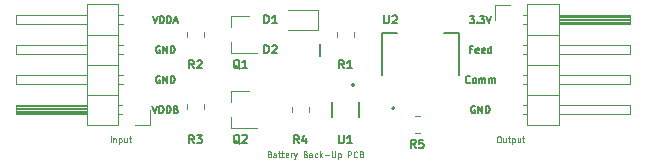
<source format=gto>
G04 #@! TF.GenerationSoftware,KiCad,Pcbnew,(5.1.12)-1*
G04 #@! TF.CreationDate,2023-02-16T22:18:36+00:00*
G04 #@! TF.ProjectId,battery,62617474-6572-4792-9e6b-696361645f70,v01*
G04 #@! TF.SameCoordinates,Original*
G04 #@! TF.FileFunction,Legend,Top*
G04 #@! TF.FilePolarity,Positive*
%FSLAX46Y46*%
G04 Gerber Fmt 4.6, Leading zero omitted, Abs format (unit mm)*
G04 Created by KiCad (PCBNEW (5.1.12)-1) date 2023-02-16 22:18:36*
%MOMM*%
%LPD*%
G01*
G04 APERTURE LIST*
%ADD10C,0.150000*%
%ADD11C,0.125000*%
%ADD12C,0.120000*%
%ADD13C,0.127000*%
%ADD14C,0.200000*%
%ADD15C,0.100000*%
%ADD16O,1.800000X1.800000*%
G04 APERTURE END LIST*
D10*
X132892857Y-133050000D02*
X132835714Y-133021428D01*
X132750000Y-133021428D01*
X132664285Y-133050000D01*
X132607142Y-133107142D01*
X132578571Y-133164285D01*
X132550000Y-133278571D01*
X132550000Y-133364285D01*
X132578571Y-133478571D01*
X132607142Y-133535714D01*
X132664285Y-133592857D01*
X132750000Y-133621428D01*
X132807142Y-133621428D01*
X132892857Y-133592857D01*
X132921428Y-133564285D01*
X132921428Y-133364285D01*
X132807142Y-133364285D01*
X133178571Y-133621428D02*
X133178571Y-133021428D01*
X133521428Y-133621428D01*
X133521428Y-133021428D01*
X133807142Y-133621428D02*
X133807142Y-133021428D01*
X133950000Y-133021428D01*
X134035714Y-133050000D01*
X134092857Y-133107142D01*
X134121428Y-133164285D01*
X134150000Y-133278571D01*
X134150000Y-133364285D01*
X134121428Y-133478571D01*
X134092857Y-133535714D01*
X134035714Y-133592857D01*
X133950000Y-133621428D01*
X133807142Y-133621428D01*
X132464285Y-131024285D02*
X132435714Y-131052857D01*
X132350000Y-131081428D01*
X132292857Y-131081428D01*
X132207142Y-131052857D01*
X132150000Y-130995714D01*
X132121428Y-130938571D01*
X132092857Y-130824285D01*
X132092857Y-130738571D01*
X132121428Y-130624285D01*
X132150000Y-130567142D01*
X132207142Y-130510000D01*
X132292857Y-130481428D01*
X132350000Y-130481428D01*
X132435714Y-130510000D01*
X132464285Y-130538571D01*
X132807142Y-131081428D02*
X132750000Y-131052857D01*
X132721428Y-131024285D01*
X132692857Y-130967142D01*
X132692857Y-130795714D01*
X132721428Y-130738571D01*
X132750000Y-130710000D01*
X132807142Y-130681428D01*
X132892857Y-130681428D01*
X132950000Y-130710000D01*
X132978571Y-130738571D01*
X133007142Y-130795714D01*
X133007142Y-130967142D01*
X132978571Y-131024285D01*
X132950000Y-131052857D01*
X132892857Y-131081428D01*
X132807142Y-131081428D01*
X133264285Y-131081428D02*
X133264285Y-130681428D01*
X133264285Y-130738571D02*
X133292857Y-130710000D01*
X133350000Y-130681428D01*
X133435714Y-130681428D01*
X133492857Y-130710000D01*
X133521428Y-130767142D01*
X133521428Y-131081428D01*
X133521428Y-130767142D02*
X133550000Y-130710000D01*
X133607142Y-130681428D01*
X133692857Y-130681428D01*
X133750000Y-130710000D01*
X133778571Y-130767142D01*
X133778571Y-131081428D01*
X134064285Y-131081428D02*
X134064285Y-130681428D01*
X134064285Y-130738571D02*
X134092857Y-130710000D01*
X134150000Y-130681428D01*
X134235714Y-130681428D01*
X134292857Y-130710000D01*
X134321428Y-130767142D01*
X134321428Y-131081428D01*
X134321428Y-130767142D02*
X134350000Y-130710000D01*
X134407142Y-130681428D01*
X134492857Y-130681428D01*
X134550000Y-130710000D01*
X134578571Y-130767142D01*
X134578571Y-131081428D01*
X132650000Y-128227142D02*
X132450000Y-128227142D01*
X132450000Y-128541428D02*
X132450000Y-127941428D01*
X132735714Y-127941428D01*
X133192857Y-128512857D02*
X133135714Y-128541428D01*
X133021428Y-128541428D01*
X132964285Y-128512857D01*
X132935714Y-128455714D01*
X132935714Y-128227142D01*
X132964285Y-128170000D01*
X133021428Y-128141428D01*
X133135714Y-128141428D01*
X133192857Y-128170000D01*
X133221428Y-128227142D01*
X133221428Y-128284285D01*
X132935714Y-128341428D01*
X133707142Y-128512857D02*
X133650000Y-128541428D01*
X133535714Y-128541428D01*
X133478571Y-128512857D01*
X133450000Y-128455714D01*
X133450000Y-128227142D01*
X133478571Y-128170000D01*
X133535714Y-128141428D01*
X133650000Y-128141428D01*
X133707142Y-128170000D01*
X133735714Y-128227142D01*
X133735714Y-128284285D01*
X133450000Y-128341428D01*
X134250000Y-128541428D02*
X134250000Y-127941428D01*
X134250000Y-128512857D02*
X134192857Y-128541428D01*
X134078571Y-128541428D01*
X134021428Y-128512857D01*
X133992857Y-128484285D01*
X133964285Y-128427142D01*
X133964285Y-128255714D01*
X133992857Y-128198571D01*
X134021428Y-128170000D01*
X134078571Y-128141428D01*
X134192857Y-128141428D01*
X134250000Y-128170000D01*
X132464285Y-125401428D02*
X132835714Y-125401428D01*
X132635714Y-125630000D01*
X132721428Y-125630000D01*
X132778571Y-125658571D01*
X132807142Y-125687142D01*
X132835714Y-125744285D01*
X132835714Y-125887142D01*
X132807142Y-125944285D01*
X132778571Y-125972857D01*
X132721428Y-126001428D01*
X132550000Y-126001428D01*
X132492857Y-125972857D01*
X132464285Y-125944285D01*
X133092857Y-125944285D02*
X133121428Y-125972857D01*
X133092857Y-126001428D01*
X133064285Y-125972857D01*
X133092857Y-125944285D01*
X133092857Y-126001428D01*
X133321428Y-125401428D02*
X133692857Y-125401428D01*
X133492857Y-125630000D01*
X133578571Y-125630000D01*
X133635714Y-125658571D01*
X133664285Y-125687142D01*
X133692857Y-125744285D01*
X133692857Y-125887142D01*
X133664285Y-125944285D01*
X133635714Y-125972857D01*
X133578571Y-126001428D01*
X133407142Y-126001428D01*
X133350000Y-125972857D01*
X133321428Y-125944285D01*
X133864285Y-125401428D02*
X134064285Y-126001428D01*
X134264285Y-125401428D01*
X105580000Y-133021428D02*
X105780000Y-133621428D01*
X105980000Y-133021428D01*
X106180000Y-133621428D02*
X106180000Y-133021428D01*
X106322857Y-133021428D01*
X106408571Y-133050000D01*
X106465714Y-133107142D01*
X106494285Y-133164285D01*
X106522857Y-133278571D01*
X106522857Y-133364285D01*
X106494285Y-133478571D01*
X106465714Y-133535714D01*
X106408571Y-133592857D01*
X106322857Y-133621428D01*
X106180000Y-133621428D01*
X106780000Y-133621428D02*
X106780000Y-133021428D01*
X106922857Y-133021428D01*
X107008571Y-133050000D01*
X107065714Y-133107142D01*
X107094285Y-133164285D01*
X107122857Y-133278571D01*
X107122857Y-133364285D01*
X107094285Y-133478571D01*
X107065714Y-133535714D01*
X107008571Y-133592857D01*
X106922857Y-133621428D01*
X106780000Y-133621428D01*
X107580000Y-133307142D02*
X107665714Y-133335714D01*
X107694285Y-133364285D01*
X107722857Y-133421428D01*
X107722857Y-133507142D01*
X107694285Y-133564285D01*
X107665714Y-133592857D01*
X107608571Y-133621428D01*
X107380000Y-133621428D01*
X107380000Y-133021428D01*
X107580000Y-133021428D01*
X107637142Y-133050000D01*
X107665714Y-133078571D01*
X107694285Y-133135714D01*
X107694285Y-133192857D01*
X107665714Y-133250000D01*
X107637142Y-133278571D01*
X107580000Y-133307142D01*
X107380000Y-133307142D01*
X106222857Y-130510000D02*
X106165714Y-130481428D01*
X106080000Y-130481428D01*
X105994285Y-130510000D01*
X105937142Y-130567142D01*
X105908571Y-130624285D01*
X105880000Y-130738571D01*
X105880000Y-130824285D01*
X105908571Y-130938571D01*
X105937142Y-130995714D01*
X105994285Y-131052857D01*
X106080000Y-131081428D01*
X106137142Y-131081428D01*
X106222857Y-131052857D01*
X106251428Y-131024285D01*
X106251428Y-130824285D01*
X106137142Y-130824285D01*
X106508571Y-131081428D02*
X106508571Y-130481428D01*
X106851428Y-131081428D01*
X106851428Y-130481428D01*
X107137142Y-131081428D02*
X107137142Y-130481428D01*
X107280000Y-130481428D01*
X107365714Y-130510000D01*
X107422857Y-130567142D01*
X107451428Y-130624285D01*
X107480000Y-130738571D01*
X107480000Y-130824285D01*
X107451428Y-130938571D01*
X107422857Y-130995714D01*
X107365714Y-131052857D01*
X107280000Y-131081428D01*
X107137142Y-131081428D01*
X106222857Y-127970000D02*
X106165714Y-127941428D01*
X106080000Y-127941428D01*
X105994285Y-127970000D01*
X105937142Y-128027142D01*
X105908571Y-128084285D01*
X105880000Y-128198571D01*
X105880000Y-128284285D01*
X105908571Y-128398571D01*
X105937142Y-128455714D01*
X105994285Y-128512857D01*
X106080000Y-128541428D01*
X106137142Y-128541428D01*
X106222857Y-128512857D01*
X106251428Y-128484285D01*
X106251428Y-128284285D01*
X106137142Y-128284285D01*
X106508571Y-128541428D02*
X106508571Y-127941428D01*
X106851428Y-128541428D01*
X106851428Y-127941428D01*
X107137142Y-128541428D02*
X107137142Y-127941428D01*
X107280000Y-127941428D01*
X107365714Y-127970000D01*
X107422857Y-128027142D01*
X107451428Y-128084285D01*
X107480000Y-128198571D01*
X107480000Y-128284285D01*
X107451428Y-128398571D01*
X107422857Y-128455714D01*
X107365714Y-128512857D01*
X107280000Y-128541428D01*
X107137142Y-128541428D01*
X105622857Y-125401428D02*
X105822857Y-126001428D01*
X106022857Y-125401428D01*
X106222857Y-126001428D02*
X106222857Y-125401428D01*
X106365714Y-125401428D01*
X106451428Y-125430000D01*
X106508571Y-125487142D01*
X106537142Y-125544285D01*
X106565714Y-125658571D01*
X106565714Y-125744285D01*
X106537142Y-125858571D01*
X106508571Y-125915714D01*
X106451428Y-125972857D01*
X106365714Y-126001428D01*
X106222857Y-126001428D01*
X106822857Y-126001428D02*
X106822857Y-125401428D01*
X106965714Y-125401428D01*
X107051428Y-125430000D01*
X107108571Y-125487142D01*
X107137142Y-125544285D01*
X107165714Y-125658571D01*
X107165714Y-125744285D01*
X107137142Y-125858571D01*
X107108571Y-125915714D01*
X107051428Y-125972857D01*
X106965714Y-126001428D01*
X106822857Y-126001428D01*
X107394285Y-125830000D02*
X107680000Y-125830000D01*
X107337142Y-126001428D02*
X107537142Y-125401428D01*
X107737142Y-126001428D01*
D11*
X115522857Y-137124285D02*
X115594285Y-137148095D01*
X115618095Y-137171904D01*
X115641904Y-137219523D01*
X115641904Y-137290952D01*
X115618095Y-137338571D01*
X115594285Y-137362380D01*
X115546666Y-137386190D01*
X115356190Y-137386190D01*
X115356190Y-136886190D01*
X115522857Y-136886190D01*
X115570476Y-136910000D01*
X115594285Y-136933809D01*
X115618095Y-136981428D01*
X115618095Y-137029047D01*
X115594285Y-137076666D01*
X115570476Y-137100476D01*
X115522857Y-137124285D01*
X115356190Y-137124285D01*
X116070476Y-137386190D02*
X116070476Y-137124285D01*
X116046666Y-137076666D01*
X115999047Y-137052857D01*
X115903809Y-137052857D01*
X115856190Y-137076666D01*
X116070476Y-137362380D02*
X116022857Y-137386190D01*
X115903809Y-137386190D01*
X115856190Y-137362380D01*
X115832380Y-137314761D01*
X115832380Y-137267142D01*
X115856190Y-137219523D01*
X115903809Y-137195714D01*
X116022857Y-137195714D01*
X116070476Y-137171904D01*
X116237142Y-137052857D02*
X116427619Y-137052857D01*
X116308571Y-136886190D02*
X116308571Y-137314761D01*
X116332380Y-137362380D01*
X116380000Y-137386190D01*
X116427619Y-137386190D01*
X116522857Y-137052857D02*
X116713333Y-137052857D01*
X116594285Y-136886190D02*
X116594285Y-137314761D01*
X116618095Y-137362380D01*
X116665714Y-137386190D01*
X116713333Y-137386190D01*
X117070476Y-137362380D02*
X117022857Y-137386190D01*
X116927619Y-137386190D01*
X116880000Y-137362380D01*
X116856190Y-137314761D01*
X116856190Y-137124285D01*
X116880000Y-137076666D01*
X116927619Y-137052857D01*
X117022857Y-137052857D01*
X117070476Y-137076666D01*
X117094285Y-137124285D01*
X117094285Y-137171904D01*
X116856190Y-137219523D01*
X117308571Y-137386190D02*
X117308571Y-137052857D01*
X117308571Y-137148095D02*
X117332380Y-137100476D01*
X117356190Y-137076666D01*
X117403809Y-137052857D01*
X117451428Y-137052857D01*
X117570476Y-137052857D02*
X117689523Y-137386190D01*
X117808571Y-137052857D02*
X117689523Y-137386190D01*
X117641904Y-137505238D01*
X117618095Y-137529047D01*
X117570476Y-137552857D01*
X118546666Y-137124285D02*
X118618095Y-137148095D01*
X118641904Y-137171904D01*
X118665714Y-137219523D01*
X118665714Y-137290952D01*
X118641904Y-137338571D01*
X118618095Y-137362380D01*
X118570476Y-137386190D01*
X118380000Y-137386190D01*
X118380000Y-136886190D01*
X118546666Y-136886190D01*
X118594285Y-136910000D01*
X118618095Y-136933809D01*
X118641904Y-136981428D01*
X118641904Y-137029047D01*
X118618095Y-137076666D01*
X118594285Y-137100476D01*
X118546666Y-137124285D01*
X118380000Y-137124285D01*
X119094285Y-137386190D02*
X119094285Y-137124285D01*
X119070476Y-137076666D01*
X119022857Y-137052857D01*
X118927619Y-137052857D01*
X118880000Y-137076666D01*
X119094285Y-137362380D02*
X119046666Y-137386190D01*
X118927619Y-137386190D01*
X118880000Y-137362380D01*
X118856190Y-137314761D01*
X118856190Y-137267142D01*
X118880000Y-137219523D01*
X118927619Y-137195714D01*
X119046666Y-137195714D01*
X119094285Y-137171904D01*
X119546666Y-137362380D02*
X119499047Y-137386190D01*
X119403809Y-137386190D01*
X119356190Y-137362380D01*
X119332380Y-137338571D01*
X119308571Y-137290952D01*
X119308571Y-137148095D01*
X119332380Y-137100476D01*
X119356190Y-137076666D01*
X119403809Y-137052857D01*
X119499047Y-137052857D01*
X119546666Y-137076666D01*
X119760952Y-137386190D02*
X119760952Y-136886190D01*
X119808571Y-137195714D02*
X119951428Y-137386190D01*
X119951428Y-137052857D02*
X119760952Y-137243333D01*
X120165714Y-137195714D02*
X120546666Y-137195714D01*
X120784761Y-136886190D02*
X120784761Y-137290952D01*
X120808571Y-137338571D01*
X120832380Y-137362380D01*
X120880000Y-137386190D01*
X120975238Y-137386190D01*
X121022857Y-137362380D01*
X121046666Y-137338571D01*
X121070476Y-137290952D01*
X121070476Y-136886190D01*
X121308571Y-137052857D02*
X121308571Y-137552857D01*
X121308571Y-137076666D02*
X121356190Y-137052857D01*
X121451428Y-137052857D01*
X121499047Y-137076666D01*
X121522857Y-137100476D01*
X121546666Y-137148095D01*
X121546666Y-137290952D01*
X121522857Y-137338571D01*
X121499047Y-137362380D01*
X121451428Y-137386190D01*
X121356190Y-137386190D01*
X121308571Y-137362380D01*
X122141904Y-137386190D02*
X122141904Y-136886190D01*
X122332380Y-136886190D01*
X122380000Y-136910000D01*
X122403809Y-136933809D01*
X122427619Y-136981428D01*
X122427619Y-137052857D01*
X122403809Y-137100476D01*
X122380000Y-137124285D01*
X122332380Y-137148095D01*
X122141904Y-137148095D01*
X122927619Y-137338571D02*
X122903809Y-137362380D01*
X122832380Y-137386190D01*
X122784761Y-137386190D01*
X122713333Y-137362380D01*
X122665714Y-137314761D01*
X122641904Y-137267142D01*
X122618095Y-137171904D01*
X122618095Y-137100476D01*
X122641904Y-137005238D01*
X122665714Y-136957619D01*
X122713333Y-136910000D01*
X122784761Y-136886190D01*
X122832380Y-136886190D01*
X122903809Y-136910000D01*
X122927619Y-136933809D01*
X123308571Y-137124285D02*
X123380000Y-137148095D01*
X123403809Y-137171904D01*
X123427619Y-137219523D01*
X123427619Y-137290952D01*
X123403809Y-137338571D01*
X123380000Y-137362380D01*
X123332380Y-137386190D01*
X123141904Y-137386190D01*
X123141904Y-136886190D01*
X123308571Y-136886190D01*
X123356190Y-136910000D01*
X123380000Y-136933809D01*
X123403809Y-136981428D01*
X123403809Y-137029047D01*
X123380000Y-137076666D01*
X123356190Y-137100476D01*
X123308571Y-137124285D01*
X123141904Y-137124285D01*
D12*
X105410000Y-134620000D02*
X104140000Y-134620000D01*
X105410000Y-133350000D02*
X105410000Y-134620000D01*
X103097071Y-125350000D02*
X102700000Y-125350000D01*
X103097071Y-126110000D02*
X102700000Y-126110000D01*
X94040000Y-125350000D02*
X100040000Y-125350000D01*
X94040000Y-126110000D02*
X94040000Y-125350000D01*
X100040000Y-126110000D02*
X94040000Y-126110000D01*
X102700000Y-127000000D02*
X100040000Y-127000000D01*
X103097071Y-127890000D02*
X102700000Y-127890000D01*
X103097071Y-128650000D02*
X102700000Y-128650000D01*
X94040000Y-127890000D02*
X100040000Y-127890000D01*
X94040000Y-128650000D02*
X94040000Y-127890000D01*
X100040000Y-128650000D02*
X94040000Y-128650000D01*
X102700000Y-129540000D02*
X100040000Y-129540000D01*
X103097071Y-130430000D02*
X102700000Y-130430000D01*
X103097071Y-131190000D02*
X102700000Y-131190000D01*
X94040000Y-130430000D02*
X100040000Y-130430000D01*
X94040000Y-131190000D02*
X94040000Y-130430000D01*
X100040000Y-131190000D02*
X94040000Y-131190000D01*
X102700000Y-132080000D02*
X100040000Y-132080000D01*
X103030000Y-132970000D02*
X102700000Y-132970000D01*
X103030000Y-133730000D02*
X102700000Y-133730000D01*
X100040000Y-133070000D02*
X94040000Y-133070000D01*
X100040000Y-133190000D02*
X94040000Y-133190000D01*
X100040000Y-133310000D02*
X94040000Y-133310000D01*
X100040000Y-133430000D02*
X94040000Y-133430000D01*
X100040000Y-133550000D02*
X94040000Y-133550000D01*
X100040000Y-133670000D02*
X94040000Y-133670000D01*
X94040000Y-132970000D02*
X100040000Y-132970000D01*
X94040000Y-133730000D02*
X94040000Y-132970000D01*
X100040000Y-133730000D02*
X94040000Y-133730000D01*
X100040000Y-134680000D02*
X102700000Y-134680000D01*
X100040000Y-124400000D02*
X100040000Y-134680000D01*
X102700000Y-124400000D02*
X100040000Y-124400000D01*
X102700000Y-134680000D02*
X102700000Y-124400000D01*
D13*
X123090000Y-132725000D02*
X123090000Y-133975000D01*
X120750000Y-133975000D02*
X120750000Y-132725000D01*
D14*
X122670000Y-131250000D02*
G75*
G03*
X122670000Y-131250000I-100000J0D01*
G01*
D12*
X112270000Y-125420000D02*
X112270000Y-126350000D01*
X112270000Y-128580000D02*
X112270000Y-127650000D01*
X112270000Y-128580000D02*
X114430000Y-128580000D01*
X112270000Y-125420000D02*
X113730000Y-125420000D01*
X119610000Y-126580000D02*
X117060000Y-126580000D01*
X119610000Y-124880000D02*
X117060000Y-124880000D01*
X119610000Y-126580000D02*
X119610000Y-124880000D01*
X112270000Y-131770000D02*
X113730000Y-131770000D01*
X112270000Y-134930000D02*
X114430000Y-134930000D01*
X112270000Y-134930000D02*
X112270000Y-134000000D01*
X112270000Y-131770000D02*
X112270000Y-132700000D01*
D13*
X119761000Y-127762000D02*
X119761000Y-128778000D01*
D12*
X137330000Y-124400000D02*
X137330000Y-134680000D01*
X137330000Y-134680000D02*
X139990000Y-134680000D01*
X139990000Y-134680000D02*
X139990000Y-124400000D01*
X139990000Y-124400000D02*
X137330000Y-124400000D01*
X139990000Y-125350000D02*
X145990000Y-125350000D01*
X145990000Y-125350000D02*
X145990000Y-126110000D01*
X145990000Y-126110000D02*
X139990000Y-126110000D01*
X139990000Y-125410000D02*
X145990000Y-125410000D01*
X139990000Y-125530000D02*
X145990000Y-125530000D01*
X139990000Y-125650000D02*
X145990000Y-125650000D01*
X139990000Y-125770000D02*
X145990000Y-125770000D01*
X139990000Y-125890000D02*
X145990000Y-125890000D01*
X139990000Y-126010000D02*
X145990000Y-126010000D01*
X137000000Y-125350000D02*
X137330000Y-125350000D01*
X137000000Y-126110000D02*
X137330000Y-126110000D01*
X137330000Y-127000000D02*
X139990000Y-127000000D01*
X139990000Y-127890000D02*
X145990000Y-127890000D01*
X145990000Y-127890000D02*
X145990000Y-128650000D01*
X145990000Y-128650000D02*
X139990000Y-128650000D01*
X136932929Y-127890000D02*
X137330000Y-127890000D01*
X136932929Y-128650000D02*
X137330000Y-128650000D01*
X137330000Y-129540000D02*
X139990000Y-129540000D01*
X139990000Y-130430000D02*
X145990000Y-130430000D01*
X145990000Y-130430000D02*
X145990000Y-131190000D01*
X145990000Y-131190000D02*
X139990000Y-131190000D01*
X136932929Y-130430000D02*
X137330000Y-130430000D01*
X136932929Y-131190000D02*
X137330000Y-131190000D01*
X137330000Y-132080000D02*
X139990000Y-132080000D01*
X139990000Y-132970000D02*
X145990000Y-132970000D01*
X145990000Y-132970000D02*
X145990000Y-133730000D01*
X145990000Y-133730000D02*
X139990000Y-133730000D01*
X136932929Y-132970000D02*
X137330000Y-132970000D01*
X136932929Y-133730000D02*
X137330000Y-133730000D01*
X134620000Y-125730000D02*
X134620000Y-124460000D01*
X134620000Y-124460000D02*
X135890000Y-124460000D01*
X122655000Y-127227064D02*
X122655000Y-126772936D01*
X121185000Y-127227064D02*
X121185000Y-126772936D01*
X109955000Y-126772936D02*
X109955000Y-127227064D01*
X108485000Y-126772936D02*
X108485000Y-127227064D01*
X109955000Y-133307064D02*
X109955000Y-132852936D01*
X108485000Y-133307064D02*
X108485000Y-132852936D01*
X118845000Y-133122936D02*
X118845000Y-133577064D01*
X117375000Y-133122936D02*
X117375000Y-133577064D01*
X128227064Y-135355000D02*
X127772936Y-135355000D01*
X128227064Y-133885000D02*
X127772936Y-133885000D01*
D14*
X126070000Y-133230000D02*
G75*
G03*
X126070000Y-133230000I-100000J0D01*
G01*
D13*
X125020000Y-126880000D02*
X126260000Y-126880000D01*
X125020000Y-130380000D02*
X125020000Y-126880000D01*
X131520000Y-126880000D02*
X130280000Y-126880000D01*
X131520000Y-130380000D02*
X131520000Y-126880000D01*
D15*
X102048571Y-136116190D02*
X102048571Y-135616190D01*
X102286666Y-135782857D02*
X102286666Y-136116190D01*
X102286666Y-135830476D02*
X102310476Y-135806666D01*
X102358095Y-135782857D01*
X102429523Y-135782857D01*
X102477142Y-135806666D01*
X102500952Y-135854285D01*
X102500952Y-136116190D01*
X102739047Y-135782857D02*
X102739047Y-136282857D01*
X102739047Y-135806666D02*
X102786666Y-135782857D01*
X102881904Y-135782857D01*
X102929523Y-135806666D01*
X102953333Y-135830476D01*
X102977142Y-135878095D01*
X102977142Y-136020952D01*
X102953333Y-136068571D01*
X102929523Y-136092380D01*
X102881904Y-136116190D01*
X102786666Y-136116190D01*
X102739047Y-136092380D01*
X103405714Y-135782857D02*
X103405714Y-136116190D01*
X103191428Y-135782857D02*
X103191428Y-136044761D01*
X103215238Y-136092380D01*
X103262857Y-136116190D01*
X103334285Y-136116190D01*
X103381904Y-136092380D01*
X103405714Y-136068571D01*
X103572380Y-135782857D02*
X103762857Y-135782857D01*
X103643809Y-135616190D02*
X103643809Y-136044761D01*
X103667619Y-136092380D01*
X103715238Y-136116190D01*
X103762857Y-136116190D01*
D10*
X121386666Y-135506666D02*
X121386666Y-136073333D01*
X121420000Y-136140000D01*
X121453333Y-136173333D01*
X121520000Y-136206666D01*
X121653333Y-136206666D01*
X121720000Y-136173333D01*
X121753333Y-136140000D01*
X121786666Y-136073333D01*
X121786666Y-135506666D01*
X122486666Y-136206666D02*
X122086666Y-136206666D01*
X122286666Y-136206666D02*
X122286666Y-135506666D01*
X122220000Y-135606666D01*
X122153333Y-135673333D01*
X122086666Y-135706666D01*
X112963333Y-129883333D02*
X112896666Y-129850000D01*
X112830000Y-129783333D01*
X112730000Y-129683333D01*
X112663333Y-129650000D01*
X112596666Y-129650000D01*
X112630000Y-129816666D02*
X112563333Y-129783333D01*
X112496666Y-129716666D01*
X112463333Y-129583333D01*
X112463333Y-129350000D01*
X112496666Y-129216666D01*
X112563333Y-129150000D01*
X112630000Y-129116666D01*
X112763333Y-129116666D01*
X112830000Y-129150000D01*
X112896666Y-129216666D01*
X112930000Y-129350000D01*
X112930000Y-129583333D01*
X112896666Y-129716666D01*
X112830000Y-129783333D01*
X112763333Y-129816666D01*
X112630000Y-129816666D01*
X113596666Y-129816666D02*
X113196666Y-129816666D01*
X113396666Y-129816666D02*
X113396666Y-129116666D01*
X113330000Y-129216666D01*
X113263333Y-129283333D01*
X113196666Y-129316666D01*
X115053333Y-126046666D02*
X115053333Y-125346666D01*
X115220000Y-125346666D01*
X115320000Y-125380000D01*
X115386666Y-125446666D01*
X115420000Y-125513333D01*
X115453333Y-125646666D01*
X115453333Y-125746666D01*
X115420000Y-125880000D01*
X115386666Y-125946666D01*
X115320000Y-126013333D01*
X115220000Y-126046666D01*
X115053333Y-126046666D01*
X116120000Y-126046666D02*
X115720000Y-126046666D01*
X115920000Y-126046666D02*
X115920000Y-125346666D01*
X115853333Y-125446666D01*
X115786666Y-125513333D01*
X115720000Y-125546666D01*
X112963333Y-136233333D02*
X112896666Y-136200000D01*
X112830000Y-136133333D01*
X112730000Y-136033333D01*
X112663333Y-136000000D01*
X112596666Y-136000000D01*
X112630000Y-136166666D02*
X112563333Y-136133333D01*
X112496666Y-136066666D01*
X112463333Y-135933333D01*
X112463333Y-135700000D01*
X112496666Y-135566666D01*
X112563333Y-135500000D01*
X112630000Y-135466666D01*
X112763333Y-135466666D01*
X112830000Y-135500000D01*
X112896666Y-135566666D01*
X112930000Y-135700000D01*
X112930000Y-135933333D01*
X112896666Y-136066666D01*
X112830000Y-136133333D01*
X112763333Y-136166666D01*
X112630000Y-136166666D01*
X113196666Y-135533333D02*
X113230000Y-135500000D01*
X113296666Y-135466666D01*
X113463333Y-135466666D01*
X113530000Y-135500000D01*
X113563333Y-135533333D01*
X113596666Y-135600000D01*
X113596666Y-135666666D01*
X113563333Y-135766666D01*
X113163333Y-136166666D01*
X113596666Y-136166666D01*
X115053333Y-128586666D02*
X115053333Y-127886666D01*
X115220000Y-127886666D01*
X115320000Y-127920000D01*
X115386666Y-127986666D01*
X115420000Y-128053333D01*
X115453333Y-128186666D01*
X115453333Y-128286666D01*
X115420000Y-128420000D01*
X115386666Y-128486666D01*
X115320000Y-128553333D01*
X115220000Y-128586666D01*
X115053333Y-128586666D01*
X115720000Y-127953333D02*
X115753333Y-127920000D01*
X115820000Y-127886666D01*
X115986666Y-127886666D01*
X116053333Y-127920000D01*
X116086666Y-127953333D01*
X116120000Y-128020000D01*
X116120000Y-128086666D01*
X116086666Y-128186666D01*
X115686666Y-128586666D01*
X116120000Y-128586666D01*
D15*
X134878095Y-135616190D02*
X134973333Y-135616190D01*
X135020952Y-135640000D01*
X135068571Y-135687619D01*
X135092380Y-135782857D01*
X135092380Y-135949523D01*
X135068571Y-136044761D01*
X135020952Y-136092380D01*
X134973333Y-136116190D01*
X134878095Y-136116190D01*
X134830476Y-136092380D01*
X134782857Y-136044761D01*
X134759047Y-135949523D01*
X134759047Y-135782857D01*
X134782857Y-135687619D01*
X134830476Y-135640000D01*
X134878095Y-135616190D01*
X135520952Y-135782857D02*
X135520952Y-136116190D01*
X135306666Y-135782857D02*
X135306666Y-136044761D01*
X135330476Y-136092380D01*
X135378095Y-136116190D01*
X135449523Y-136116190D01*
X135497142Y-136092380D01*
X135520952Y-136068571D01*
X135687619Y-135782857D02*
X135878095Y-135782857D01*
X135759047Y-135616190D02*
X135759047Y-136044761D01*
X135782857Y-136092380D01*
X135830476Y-136116190D01*
X135878095Y-136116190D01*
X136044761Y-135782857D02*
X136044761Y-136282857D01*
X136044761Y-135806666D02*
X136092380Y-135782857D01*
X136187619Y-135782857D01*
X136235238Y-135806666D01*
X136259047Y-135830476D01*
X136282857Y-135878095D01*
X136282857Y-136020952D01*
X136259047Y-136068571D01*
X136235238Y-136092380D01*
X136187619Y-136116190D01*
X136092380Y-136116190D01*
X136044761Y-136092380D01*
X136711428Y-135782857D02*
X136711428Y-136116190D01*
X136497142Y-135782857D02*
X136497142Y-136044761D01*
X136520952Y-136092380D01*
X136568571Y-136116190D01*
X136640000Y-136116190D01*
X136687619Y-136092380D01*
X136711428Y-136068571D01*
X136878095Y-135782857D02*
X137068571Y-135782857D01*
X136949523Y-135616190D02*
X136949523Y-136044761D01*
X136973333Y-136092380D01*
X137020952Y-136116190D01*
X137068571Y-136116190D01*
D10*
X121803333Y-129856666D02*
X121570000Y-129523333D01*
X121403333Y-129856666D02*
X121403333Y-129156666D01*
X121670000Y-129156666D01*
X121736666Y-129190000D01*
X121770000Y-129223333D01*
X121803333Y-129290000D01*
X121803333Y-129390000D01*
X121770000Y-129456666D01*
X121736666Y-129490000D01*
X121670000Y-129523333D01*
X121403333Y-129523333D01*
X122470000Y-129856666D02*
X122070000Y-129856666D01*
X122270000Y-129856666D02*
X122270000Y-129156666D01*
X122203333Y-129256666D01*
X122136666Y-129323333D01*
X122070000Y-129356666D01*
X109103333Y-129856666D02*
X108870000Y-129523333D01*
X108703333Y-129856666D02*
X108703333Y-129156666D01*
X108970000Y-129156666D01*
X109036666Y-129190000D01*
X109070000Y-129223333D01*
X109103333Y-129290000D01*
X109103333Y-129390000D01*
X109070000Y-129456666D01*
X109036666Y-129490000D01*
X108970000Y-129523333D01*
X108703333Y-129523333D01*
X109370000Y-129223333D02*
X109403333Y-129190000D01*
X109470000Y-129156666D01*
X109636666Y-129156666D01*
X109703333Y-129190000D01*
X109736666Y-129223333D01*
X109770000Y-129290000D01*
X109770000Y-129356666D01*
X109736666Y-129456666D01*
X109336666Y-129856666D01*
X109770000Y-129856666D01*
X109103333Y-136206666D02*
X108870000Y-135873333D01*
X108703333Y-136206666D02*
X108703333Y-135506666D01*
X108970000Y-135506666D01*
X109036666Y-135540000D01*
X109070000Y-135573333D01*
X109103333Y-135640000D01*
X109103333Y-135740000D01*
X109070000Y-135806666D01*
X109036666Y-135840000D01*
X108970000Y-135873333D01*
X108703333Y-135873333D01*
X109336666Y-135506666D02*
X109770000Y-135506666D01*
X109536666Y-135773333D01*
X109636666Y-135773333D01*
X109703333Y-135806666D01*
X109736666Y-135840000D01*
X109770000Y-135906666D01*
X109770000Y-136073333D01*
X109736666Y-136140000D01*
X109703333Y-136173333D01*
X109636666Y-136206666D01*
X109436666Y-136206666D01*
X109370000Y-136173333D01*
X109336666Y-136140000D01*
X117993333Y-136206666D02*
X117760000Y-135873333D01*
X117593333Y-136206666D02*
X117593333Y-135506666D01*
X117860000Y-135506666D01*
X117926666Y-135540000D01*
X117960000Y-135573333D01*
X117993333Y-135640000D01*
X117993333Y-135740000D01*
X117960000Y-135806666D01*
X117926666Y-135840000D01*
X117860000Y-135873333D01*
X117593333Y-135873333D01*
X118593333Y-135740000D02*
X118593333Y-136206666D01*
X118426666Y-135473333D02*
X118260000Y-135973333D01*
X118693333Y-135973333D01*
X127883333Y-136586666D02*
X127650000Y-136253333D01*
X127483333Y-136586666D02*
X127483333Y-135886666D01*
X127750000Y-135886666D01*
X127816666Y-135920000D01*
X127850000Y-135953333D01*
X127883333Y-136020000D01*
X127883333Y-136120000D01*
X127850000Y-136186666D01*
X127816666Y-136220000D01*
X127750000Y-136253333D01*
X127483333Y-136253333D01*
X128516666Y-135886666D02*
X128183333Y-135886666D01*
X128150000Y-136220000D01*
X128183333Y-136186666D01*
X128250000Y-136153333D01*
X128416666Y-136153333D01*
X128483333Y-136186666D01*
X128516666Y-136220000D01*
X128550000Y-136286666D01*
X128550000Y-136453333D01*
X128516666Y-136520000D01*
X128483333Y-136553333D01*
X128416666Y-136586666D01*
X128250000Y-136586666D01*
X128183333Y-136553333D01*
X128150000Y-136520000D01*
X125196666Y-125346666D02*
X125196666Y-125913333D01*
X125230000Y-125980000D01*
X125263333Y-126013333D01*
X125330000Y-126046666D01*
X125463333Y-126046666D01*
X125530000Y-126013333D01*
X125563333Y-125980000D01*
X125596666Y-125913333D01*
X125596666Y-125346666D01*
X125896666Y-125413333D02*
X125930000Y-125380000D01*
X125996666Y-125346666D01*
X126163333Y-125346666D01*
X126230000Y-125380000D01*
X126263333Y-125413333D01*
X126296666Y-125480000D01*
X126296666Y-125546666D01*
X126263333Y-125646666D01*
X125863333Y-126046666D01*
X126296666Y-126046666D01*
%LPC*%
G36*
G01*
X105040000Y-124880000D02*
X105040000Y-126580000D01*
G75*
G02*
X104990000Y-126630000I-50000J0D01*
G01*
X103290000Y-126630000D01*
G75*
G02*
X103240000Y-126580000I0J50000D01*
G01*
X103240000Y-124880000D01*
G75*
G02*
X103290000Y-124830000I50000J0D01*
G01*
X104990000Y-124830000D01*
G75*
G02*
X105040000Y-124880000I0J-50000D01*
G01*
G37*
D16*
X104140000Y-128270000D03*
X104140000Y-130810000D03*
G36*
G01*
X105040000Y-132500000D02*
X105040000Y-134200000D01*
G75*
G02*
X104990000Y-134250000I-50000J0D01*
G01*
X103290000Y-134250000D01*
G75*
G02*
X103240000Y-134200000I0J50000D01*
G01*
X103240000Y-132500000D01*
G75*
G02*
X103290000Y-132450000I50000J0D01*
G01*
X104990000Y-132450000D01*
G75*
G02*
X105040000Y-132500000I0J-50000D01*
G01*
G37*
G36*
G01*
X122345000Y-131745000D02*
X122795000Y-131745000D01*
G75*
G02*
X122820000Y-131770000I0J-25000D01*
G01*
X122820000Y-133010000D01*
G75*
G02*
X122795000Y-133035000I-25000J0D01*
G01*
X122345000Y-133035000D01*
G75*
G02*
X122320000Y-133010000I0J25000D01*
G01*
X122320000Y-131770000D01*
G75*
G02*
X122345000Y-131745000I25000J0D01*
G01*
G37*
G36*
G01*
X121695000Y-131745000D02*
X122145000Y-131745000D01*
G75*
G02*
X122170000Y-131770000I0J-25000D01*
G01*
X122170000Y-133010000D01*
G75*
G02*
X122145000Y-133035000I-25000J0D01*
G01*
X121695000Y-133035000D01*
G75*
G02*
X121670000Y-133010000I0J25000D01*
G01*
X121670000Y-131770000D01*
G75*
G02*
X121695000Y-131745000I25000J0D01*
G01*
G37*
G36*
G01*
X121045000Y-131745000D02*
X121495000Y-131745000D01*
G75*
G02*
X121520000Y-131770000I0J-25000D01*
G01*
X121520000Y-133010000D01*
G75*
G02*
X121495000Y-133035000I-25000J0D01*
G01*
X121045000Y-133035000D01*
G75*
G02*
X121020000Y-133010000I0J25000D01*
G01*
X121020000Y-131770000D01*
G75*
G02*
X121045000Y-131745000I25000J0D01*
G01*
G37*
G36*
G01*
X121045000Y-133665000D02*
X121495000Y-133665000D01*
G75*
G02*
X121520000Y-133690000I0J-25000D01*
G01*
X121520000Y-134930000D01*
G75*
G02*
X121495000Y-134955000I-25000J0D01*
G01*
X121045000Y-134955000D01*
G75*
G02*
X121020000Y-134930000I0J25000D01*
G01*
X121020000Y-133690000D01*
G75*
G02*
X121045000Y-133665000I25000J0D01*
G01*
G37*
G36*
G01*
X122345000Y-133665000D02*
X122795000Y-133665000D01*
G75*
G02*
X122820000Y-133690000I0J-25000D01*
G01*
X122820000Y-134930000D01*
G75*
G02*
X122795000Y-134955000I-25000J0D01*
G01*
X122345000Y-134955000D01*
G75*
G02*
X122320000Y-134930000I0J25000D01*
G01*
X122320000Y-133690000D01*
G75*
G02*
X122345000Y-133665000I25000J0D01*
G01*
G37*
G36*
G01*
X112530000Y-126600000D02*
X112530000Y-127400000D01*
G75*
G02*
X112480000Y-127450000I-50000J0D01*
G01*
X111580000Y-127450000D01*
G75*
G02*
X111530000Y-127400000I0J50000D01*
G01*
X111530000Y-126600000D01*
G75*
G02*
X111580000Y-126550000I50000J0D01*
G01*
X112480000Y-126550000D01*
G75*
G02*
X112530000Y-126600000I0J-50000D01*
G01*
G37*
G36*
G01*
X114530000Y-125650000D02*
X114530000Y-126450000D01*
G75*
G02*
X114480000Y-126500000I-50000J0D01*
G01*
X113580000Y-126500000D01*
G75*
G02*
X113530000Y-126450000I0J50000D01*
G01*
X113530000Y-125650000D01*
G75*
G02*
X113580000Y-125600000I50000J0D01*
G01*
X114480000Y-125600000D01*
G75*
G02*
X114530000Y-125650000I0J-50000D01*
G01*
G37*
G36*
G01*
X114530000Y-127550000D02*
X114530000Y-128350000D01*
G75*
G02*
X114480000Y-128400000I-50000J0D01*
G01*
X113580000Y-128400000D01*
G75*
G02*
X113530000Y-128350000I0J50000D01*
G01*
X113530000Y-127550000D01*
G75*
G02*
X113580000Y-127500000I50000J0D01*
G01*
X114480000Y-127500000D01*
G75*
G02*
X114530000Y-127550000I0J-50000D01*
G01*
G37*
G36*
G01*
X119510000Y-125505000D02*
X119510000Y-125955000D01*
G75*
G02*
X119460000Y-126005000I-50000J0D01*
G01*
X118860000Y-126005000D01*
G75*
G02*
X118810000Y-125955000I0J50000D01*
G01*
X118810000Y-125505000D01*
G75*
G02*
X118860000Y-125455000I50000J0D01*
G01*
X119460000Y-125455000D01*
G75*
G02*
X119510000Y-125505000I0J-50000D01*
G01*
G37*
G36*
G01*
X117410000Y-125505000D02*
X117410000Y-125955000D01*
G75*
G02*
X117360000Y-126005000I-50000J0D01*
G01*
X116760000Y-126005000D01*
G75*
G02*
X116710000Y-125955000I0J50000D01*
G01*
X116710000Y-125505000D01*
G75*
G02*
X116760000Y-125455000I50000J0D01*
G01*
X117360000Y-125455000D01*
G75*
G02*
X117410000Y-125505000I0J-50000D01*
G01*
G37*
G36*
G01*
X114530000Y-133900000D02*
X114530000Y-134700000D01*
G75*
G02*
X114480000Y-134750000I-50000J0D01*
G01*
X113580000Y-134750000D01*
G75*
G02*
X113530000Y-134700000I0J50000D01*
G01*
X113530000Y-133900000D01*
G75*
G02*
X113580000Y-133850000I50000J0D01*
G01*
X114480000Y-133850000D01*
G75*
G02*
X114530000Y-133900000I0J-50000D01*
G01*
G37*
G36*
G01*
X114530000Y-132000000D02*
X114530000Y-132800000D01*
G75*
G02*
X114480000Y-132850000I-50000J0D01*
G01*
X113580000Y-132850000D01*
G75*
G02*
X113530000Y-132800000I0J50000D01*
G01*
X113530000Y-132000000D01*
G75*
G02*
X113580000Y-131950000I50000J0D01*
G01*
X114480000Y-131950000D01*
G75*
G02*
X114530000Y-132000000I0J-50000D01*
G01*
G37*
G36*
G01*
X112530000Y-132950000D02*
X112530000Y-133750000D01*
G75*
G02*
X112480000Y-133800000I-50000J0D01*
G01*
X111580000Y-133800000D01*
G75*
G02*
X111530000Y-133750000I0J50000D01*
G01*
X111530000Y-132950000D01*
G75*
G02*
X111580000Y-132900000I50000J0D01*
G01*
X112480000Y-132900000D01*
G75*
G02*
X112530000Y-132950000I0J-50000D01*
G01*
G37*
G36*
G01*
X116660000Y-128770000D02*
X116660000Y-127770000D01*
G75*
G02*
X116710000Y-127720000I50000J0D01*
G01*
X117810000Y-127720000D01*
G75*
G02*
X117860000Y-127770000I0J-50000D01*
G01*
X117860000Y-128770000D01*
G75*
G02*
X117810000Y-128820000I-50000J0D01*
G01*
X116710000Y-128820000D01*
G75*
G02*
X116660000Y-128770000I0J50000D01*
G01*
G37*
G36*
G01*
X118360000Y-128770000D02*
X118360000Y-127770000D01*
G75*
G02*
X118410000Y-127720000I50000J0D01*
G01*
X119510000Y-127720000D01*
G75*
G02*
X119560000Y-127770000I0J-50000D01*
G01*
X119560000Y-128770000D01*
G75*
G02*
X119510000Y-128820000I-50000J0D01*
G01*
X118410000Y-128820000D01*
G75*
G02*
X118360000Y-128770000I0J50000D01*
G01*
G37*
G36*
G01*
X134990000Y-126580000D02*
X134990000Y-124880000D01*
G75*
G02*
X135040000Y-124830000I50000J0D01*
G01*
X136740000Y-124830000D01*
G75*
G02*
X136790000Y-124880000I0J-50000D01*
G01*
X136790000Y-126580000D01*
G75*
G02*
X136740000Y-126630000I-50000J0D01*
G01*
X135040000Y-126630000D01*
G75*
G02*
X134990000Y-126580000I0J50000D01*
G01*
G37*
X135890000Y-128270000D03*
X135890000Y-130810000D03*
X135890000Y-133350000D03*
G36*
G01*
X122399168Y-126650000D02*
X121440832Y-126650000D01*
G75*
G02*
X121170000Y-126379168I0J270832D01*
G01*
X121170000Y-125620832D01*
G75*
G02*
X121440832Y-125350000I270832J0D01*
G01*
X122399168Y-125350000D01*
G75*
G02*
X122670000Y-125620832I0J-270832D01*
G01*
X122670000Y-126379168D01*
G75*
G02*
X122399168Y-126650000I-270832J0D01*
G01*
G37*
G36*
G01*
X122399168Y-128650000D02*
X121440832Y-128650000D01*
G75*
G02*
X121170000Y-128379168I0J270832D01*
G01*
X121170000Y-127620832D01*
G75*
G02*
X121440832Y-127350000I270832J0D01*
G01*
X122399168Y-127350000D01*
G75*
G02*
X122670000Y-127620832I0J-270832D01*
G01*
X122670000Y-128379168D01*
G75*
G02*
X122399168Y-128650000I-270832J0D01*
G01*
G37*
G36*
G01*
X108740832Y-125350000D02*
X109699168Y-125350000D01*
G75*
G02*
X109970000Y-125620832I0J-270832D01*
G01*
X109970000Y-126379168D01*
G75*
G02*
X109699168Y-126650000I-270832J0D01*
G01*
X108740832Y-126650000D01*
G75*
G02*
X108470000Y-126379168I0J270832D01*
G01*
X108470000Y-125620832D01*
G75*
G02*
X108740832Y-125350000I270832J0D01*
G01*
G37*
G36*
G01*
X108740832Y-127350000D02*
X109699168Y-127350000D01*
G75*
G02*
X109970000Y-127620832I0J-270832D01*
G01*
X109970000Y-128379168D01*
G75*
G02*
X109699168Y-128650000I-270832J0D01*
G01*
X108740832Y-128650000D01*
G75*
G02*
X108470000Y-128379168I0J270832D01*
G01*
X108470000Y-127620832D01*
G75*
G02*
X108740832Y-127350000I270832J0D01*
G01*
G37*
G36*
G01*
X109699168Y-132730000D02*
X108740832Y-132730000D01*
G75*
G02*
X108470000Y-132459168I0J270832D01*
G01*
X108470000Y-131700832D01*
G75*
G02*
X108740832Y-131430000I270832J0D01*
G01*
X109699168Y-131430000D01*
G75*
G02*
X109970000Y-131700832I0J-270832D01*
G01*
X109970000Y-132459168D01*
G75*
G02*
X109699168Y-132730000I-270832J0D01*
G01*
G37*
G36*
G01*
X109699168Y-134730000D02*
X108740832Y-134730000D01*
G75*
G02*
X108470000Y-134459168I0J270832D01*
G01*
X108470000Y-133700832D01*
G75*
G02*
X108740832Y-133430000I270832J0D01*
G01*
X109699168Y-133430000D01*
G75*
G02*
X109970000Y-133700832I0J-270832D01*
G01*
X109970000Y-134459168D01*
G75*
G02*
X109699168Y-134730000I-270832J0D01*
G01*
G37*
G36*
G01*
X117630832Y-131700000D02*
X118589168Y-131700000D01*
G75*
G02*
X118860000Y-131970832I0J-270832D01*
G01*
X118860000Y-132729168D01*
G75*
G02*
X118589168Y-133000000I-270832J0D01*
G01*
X117630832Y-133000000D01*
G75*
G02*
X117360000Y-132729168I0J270832D01*
G01*
X117360000Y-131970832D01*
G75*
G02*
X117630832Y-131700000I270832J0D01*
G01*
G37*
G36*
G01*
X117630832Y-133700000D02*
X118589168Y-133700000D01*
G75*
G02*
X118860000Y-133970832I0J-270832D01*
G01*
X118860000Y-134729168D01*
G75*
G02*
X118589168Y-135000000I-270832J0D01*
G01*
X117630832Y-135000000D01*
G75*
G02*
X117360000Y-134729168I0J270832D01*
G01*
X117360000Y-133970832D01*
G75*
G02*
X117630832Y-133700000I270832J0D01*
G01*
G37*
G36*
G01*
X129650000Y-134140832D02*
X129650000Y-135099168D01*
G75*
G02*
X129379168Y-135370000I-270832J0D01*
G01*
X128620832Y-135370000D01*
G75*
G02*
X128350000Y-135099168I0J270832D01*
G01*
X128350000Y-134140832D01*
G75*
G02*
X128620832Y-133870000I270832J0D01*
G01*
X129379168Y-133870000D01*
G75*
G02*
X129650000Y-134140832I0J-270832D01*
G01*
G37*
G36*
G01*
X127650000Y-134140832D02*
X127650000Y-135099168D01*
G75*
G02*
X127379168Y-135370000I-270832J0D01*
G01*
X126620832Y-135370000D01*
G75*
G02*
X126350000Y-135099168I0J270832D01*
G01*
X126350000Y-134140832D01*
G75*
G02*
X126620832Y-133870000I270832J0D01*
G01*
X127379168Y-133870000D01*
G75*
G02*
X127650000Y-134140832I0J-270832D01*
G01*
G37*
G36*
G01*
X125445000Y-132605000D02*
X125445000Y-130455000D01*
G75*
G02*
X125495000Y-130405000I50000J0D01*
G01*
X126445000Y-130405000D01*
G75*
G02*
X126495000Y-130455000I0J-50000D01*
G01*
X126495000Y-132605000D01*
G75*
G02*
X126445000Y-132655000I-50000J0D01*
G01*
X125495000Y-132655000D01*
G75*
G02*
X125445000Y-132605000I0J50000D01*
G01*
G37*
G36*
G01*
X127745000Y-132605000D02*
X127745000Y-130455000D01*
G75*
G02*
X127795000Y-130405000I50000J0D01*
G01*
X128745000Y-130405000D01*
G75*
G02*
X128795000Y-130455000I0J-50000D01*
G01*
X128795000Y-132605000D01*
G75*
G02*
X128745000Y-132655000I-50000J0D01*
G01*
X127795000Y-132655000D01*
G75*
G02*
X127745000Y-132605000I0J50000D01*
G01*
G37*
G36*
G01*
X130045000Y-132605000D02*
X130045000Y-130455000D01*
G75*
G02*
X130095000Y-130405000I50000J0D01*
G01*
X131045000Y-130405000D01*
G75*
G02*
X131095000Y-130455000I0J-50000D01*
G01*
X131095000Y-132605000D01*
G75*
G02*
X131045000Y-132655000I-50000J0D01*
G01*
X130095000Y-132655000D01*
G75*
G02*
X130045000Y-132605000I0J50000D01*
G01*
G37*
G36*
G01*
X126595000Y-126805000D02*
X126595000Y-124655000D01*
G75*
G02*
X126645000Y-124605000I50000J0D01*
G01*
X129895000Y-124605000D01*
G75*
G02*
X129945000Y-124655000I0J-50000D01*
G01*
X129945000Y-126805000D01*
G75*
G02*
X129895000Y-126855000I-50000J0D01*
G01*
X126645000Y-126855000D01*
G75*
G02*
X126595000Y-126805000I0J50000D01*
G01*
G37*
M02*

</source>
